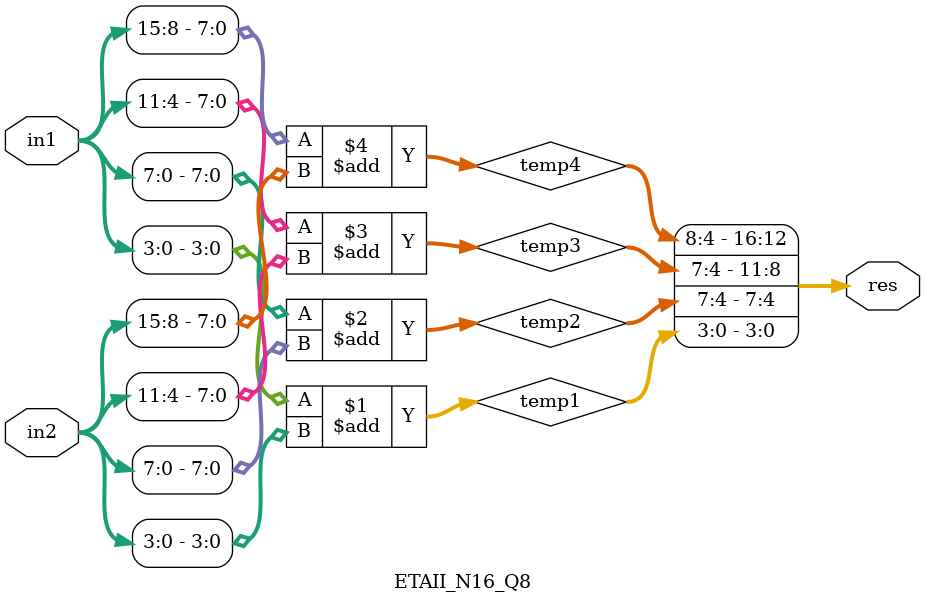
<source format=v>
`timescale 1ns / 1ps
module ETAII_N16_Q8(
    input [15:0] in1,
    input [15:0] in2,
    output [16:0] res
    );

wire [4:0] temp1;
wire [8:0] temp2,temp3,temp4;

assign temp1[4:0] = in1[ 3:0] + in2[ 3:0];
assign temp2[8:0] = in1[ 7:0] + in2[ 7:0];
assign temp3[8:0] = in1[11:4] + in2[11:4];
assign temp4[8:0] = in1[15:8] + in2[15:8];

assign res[16:0] = {temp4[8:4],temp3[7:4],temp2[7:4],temp1[3:0]};

endmodule

</source>
